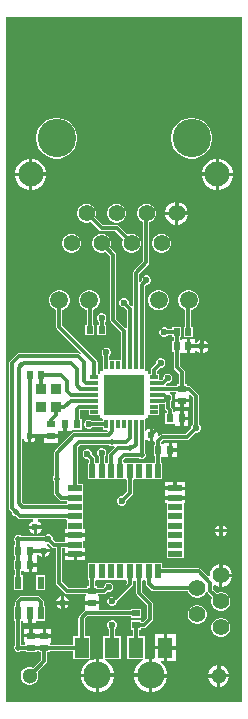
<source format=gtl>
G04*
G04 #@! TF.GenerationSoftware,Altium Limited,Altium Designer,23.1.1 (15)*
G04*
G04 Layer_Physical_Order=1*
G04 Layer_Color=255*
%FSLAX44Y44*%
%MOMM*%
G71*
G04*
G04 #@! TF.SameCoordinates,0A2B7A54-8BD8-49A5-B6CA-EEF6859B9906*
G04*
G04*
G04 #@! TF.FilePolarity,Positive*
G04*
G01*
G75*
%ADD11R,0.9000X0.9500*%
%ADD12C,0.5000*%
%ADD13R,1.3000X1.7000*%
%ADD14R,0.6000X0.7000*%
%ADD15R,0.7000X0.6000*%
%ADD16R,0.3000X0.7000*%
%ADD17R,3.5000X3.5000*%
%ADD18R,0.7000X0.3000*%
%ADD19R,0.5000X1.2000*%
%ADD20R,1.2000X0.5000*%
%ADD21R,0.6000X1.1000*%
%ADD43C,0.3000*%
%ADD44C,1.3000*%
%ADD45C,2.3000*%
%ADD46C,1.6000*%
%ADD47C,0.8000*%
%ADD48C,1.4000*%
%ADD49C,1.5200*%
%ADD50C,1.4200*%
%ADD51C,2.1000*%
%ADD52C,3.2500*%
%ADD53C,0.6000*%
G36*
X200000Y0D02*
X0D01*
Y580000D01*
X200000D01*
Y0D01*
D02*
G37*
%LPC*%
G36*
X158849Y494450D02*
X155451D01*
X152118Y493787D01*
X148979Y492487D01*
X146154Y490599D01*
X143751Y488196D01*
X141863Y485371D01*
X140563Y482232D01*
X139900Y478899D01*
Y475501D01*
X140563Y472168D01*
X141863Y469029D01*
X143751Y466204D01*
X146154Y463801D01*
X148979Y461913D01*
X152118Y460613D01*
X155451Y459950D01*
X158849D01*
X162182Y460613D01*
X165321Y461913D01*
X168146Y463801D01*
X170549Y466204D01*
X172437Y469029D01*
X173737Y472168D01*
X174400Y475501D01*
Y478899D01*
X173737Y482232D01*
X172437Y485371D01*
X170549Y488196D01*
X168146Y490599D01*
X165321Y492487D01*
X162182Y493787D01*
X158849Y494450D01*
D02*
G37*
G36*
X44549D02*
X41151D01*
X37818Y493787D01*
X34679Y492487D01*
X31854Y490599D01*
X29451Y488196D01*
X27563Y485371D01*
X26263Y482232D01*
X25600Y478899D01*
Y475501D01*
X26263Y472168D01*
X27563Y469029D01*
X29451Y466204D01*
X31854Y463801D01*
X34679Y461913D01*
X37818Y460613D01*
X41151Y459950D01*
X44549D01*
X47882Y460613D01*
X51021Y461913D01*
X53846Y463801D01*
X56249Y466204D01*
X58137Y469029D01*
X59437Y472168D01*
X60100Y475501D01*
Y478899D01*
X59437Y482232D01*
X58137Y485371D01*
X56249Y488196D01*
X53846Y490599D01*
X51021Y492487D01*
X47882Y493787D01*
X44549Y494450D01*
D02*
G37*
G36*
X22717Y459740D02*
X22270D01*
Y447970D01*
X34040D01*
Y448417D01*
X33151Y451733D01*
X31435Y454707D01*
X29007Y457135D01*
X26033Y458851D01*
X22717Y459740D01*
D02*
G37*
G36*
X180717D02*
X180270D01*
Y447970D01*
X192040D01*
Y448417D01*
X191151Y451733D01*
X189435Y454707D01*
X187007Y457135D01*
X184033Y458851D01*
X180717Y459740D01*
D02*
G37*
G36*
X177730D02*
X177283D01*
X173967Y458851D01*
X170993Y457135D01*
X168565Y454707D01*
X166849Y451733D01*
X165960Y448417D01*
Y447970D01*
X177730D01*
Y459740D01*
D02*
G37*
G36*
X19730D02*
X19283D01*
X15967Y458851D01*
X12993Y457135D01*
X10565Y454707D01*
X8849Y451733D01*
X7960Y448417D01*
Y447970D01*
X19730D01*
Y459740D01*
D02*
G37*
G36*
X192040Y445430D02*
X180270D01*
Y433660D01*
X180717D01*
X184033Y434549D01*
X187007Y436265D01*
X189435Y438693D01*
X191151Y441667D01*
X192040Y444983D01*
Y445430D01*
D02*
G37*
G36*
X177730D02*
X165960D01*
Y444983D01*
X166849Y441667D01*
X168565Y438693D01*
X170993Y436265D01*
X173967Y434549D01*
X177283Y433660D01*
X177730D01*
Y445430D01*
D02*
G37*
G36*
X34040D02*
X22270D01*
Y433660D01*
X22717D01*
X26033Y434549D01*
X29007Y436265D01*
X31435Y438693D01*
X33151Y441667D01*
X34040Y444983D01*
Y445430D01*
D02*
G37*
G36*
X19730D02*
X7960D01*
Y444983D01*
X8849Y441667D01*
X10565Y438693D01*
X12993Y436265D01*
X15967Y434549D01*
X19283Y433660D01*
X19730D01*
Y445430D01*
D02*
G37*
G36*
X145720Y423340D02*
Y414970D01*
X154090D01*
X153433Y417421D01*
X152164Y419619D01*
X150369Y421414D01*
X148171Y422683D01*
X145720Y423340D01*
D02*
G37*
G36*
X143180D02*
X140729Y422683D01*
X138531Y421414D01*
X136736Y419619D01*
X135467Y417421D01*
X134810Y414970D01*
X143180D01*
Y423340D01*
D02*
G37*
G36*
X94716Y421800D02*
X92584D01*
X90524Y421248D01*
X88677Y420182D01*
X87168Y418674D01*
X86102Y416827D01*
X85550Y414766D01*
Y412634D01*
X86102Y410574D01*
X87168Y408727D01*
X88677Y407218D01*
X90524Y406152D01*
X92584Y405600D01*
X94716D01*
X96777Y406152D01*
X98624Y407218D01*
X100132Y408727D01*
X101198Y410574D01*
X101750Y412634D01*
Y414766D01*
X101198Y416827D01*
X100132Y418674D01*
X98624Y420182D01*
X96777Y421248D01*
X94716Y421800D01*
D02*
G37*
G36*
X154090Y412430D02*
X145720D01*
Y404060D01*
X148171Y404717D01*
X150369Y405986D01*
X152164Y407781D01*
X153433Y409979D01*
X154090Y412430D01*
D02*
G37*
G36*
X143180D02*
X134810D01*
X135467Y409979D01*
X136736Y407781D01*
X138531Y405986D01*
X140729Y404717D01*
X143180Y404060D01*
Y412430D01*
D02*
G37*
G36*
X132816Y396400D02*
X130684D01*
X128624Y395848D01*
X126777Y394782D01*
X125268Y393274D01*
X124202Y391427D01*
X123650Y389366D01*
Y387234D01*
X124202Y385173D01*
X125268Y383326D01*
X126777Y381818D01*
X128624Y380752D01*
X130684Y380200D01*
X132816D01*
X134876Y380752D01*
X136723Y381818D01*
X138232Y383326D01*
X139298Y385173D01*
X139850Y387234D01*
Y389366D01*
X139298Y391427D01*
X138232Y393274D01*
X136723Y394782D01*
X134876Y395848D01*
X132816Y396400D01*
D02*
G37*
G36*
X69316Y421800D02*
X67184D01*
X65124Y421248D01*
X63277Y420182D01*
X61768Y418674D01*
X60702Y416827D01*
X60150Y414766D01*
Y412634D01*
X60702Y410574D01*
X61768Y408727D01*
X63277Y407218D01*
X65124Y406152D01*
X67184Y405600D01*
X69316D01*
X71377Y406152D01*
X71894Y406451D01*
X79148Y399198D01*
X79974Y398645D01*
X80950Y398451D01*
X92594D01*
X99101Y391944D01*
X98802Y391427D01*
X98250Y389366D01*
Y387234D01*
X98802Y385173D01*
X99868Y383326D01*
X101376Y381818D01*
X103223Y380752D01*
X105284Y380200D01*
X107416D01*
X109476Y380752D01*
X111323Y381818D01*
X112832Y383326D01*
X113898Y385173D01*
X114450Y387234D01*
Y389366D01*
X113898Y391427D01*
X112832Y393274D01*
X111323Y394782D01*
X109476Y395848D01*
X107416Y396400D01*
X105284D01*
X103223Y395848D01*
X102706Y395549D01*
X95452Y402802D01*
X94626Y403355D01*
X93650Y403549D01*
X82006D01*
X75499Y410056D01*
X75798Y410574D01*
X76350Y412634D01*
Y414766D01*
X75798Y416827D01*
X74732Y418674D01*
X73224Y420182D01*
X71377Y421248D01*
X69316Y421800D01*
D02*
G37*
G36*
X56616Y396400D02*
X54484D01*
X52424Y395848D01*
X50577Y394782D01*
X49068Y393274D01*
X48002Y391427D01*
X47450Y389366D01*
Y387234D01*
X48002Y385173D01*
X49068Y383326D01*
X50577Y381818D01*
X52424Y380752D01*
X54484Y380200D01*
X56616D01*
X58677Y380752D01*
X60524Y381818D01*
X62032Y383326D01*
X63098Y385173D01*
X63650Y387234D01*
Y389366D01*
X63098Y391427D01*
X62032Y393274D01*
X60524Y394782D01*
X58677Y395848D01*
X56616Y396400D01*
D02*
G37*
G36*
X120116Y421800D02*
X117984D01*
X115924Y421248D01*
X114076Y420182D01*
X112568Y418674D01*
X111502Y416827D01*
X110950Y414766D01*
Y412634D01*
X111502Y410574D01*
X112568Y408727D01*
X114076Y407218D01*
X115924Y406152D01*
X116451Y406011D01*
Y373056D01*
X108198Y364802D01*
X107645Y363975D01*
X107451Y363000D01*
Y335343D01*
X106181Y334817D01*
X103940Y337059D01*
X104000Y337204D01*
Y338796D01*
X103391Y340266D01*
X102266Y341391D01*
X100796Y342000D01*
X99204D01*
X97734Y341391D01*
X96609Y340266D01*
X96000Y338796D01*
Y337204D01*
X96609Y335734D01*
X97734Y334609D01*
X99204Y334000D01*
X99789D01*
X102451Y331338D01*
Y316950D01*
X101181Y316424D01*
X93549Y324056D01*
Y378250D01*
X93355Y379226D01*
X92802Y380052D01*
X88199Y384656D01*
X88498Y385173D01*
X89050Y387234D01*
Y389366D01*
X88498Y391427D01*
X87432Y393274D01*
X85924Y394782D01*
X84076Y395848D01*
X82016Y396400D01*
X79884D01*
X77824Y395848D01*
X75977Y394782D01*
X74468Y393274D01*
X73402Y391427D01*
X72850Y389366D01*
Y387234D01*
X73402Y385173D01*
X74468Y383326D01*
X75977Y381818D01*
X77824Y380752D01*
X79884Y380200D01*
X82016D01*
X84076Y380752D01*
X84594Y381051D01*
X88451Y377194D01*
Y323000D01*
X88645Y322024D01*
X89198Y321198D01*
X97451Y312944D01*
Y290398D01*
X96553Y289500D01*
X92500Y289500D01*
X91230Y289500D01*
X87549D01*
Y292892D01*
X88391Y293734D01*
X89000Y295204D01*
Y296796D01*
X88391Y298266D01*
X87266Y299391D01*
X85796Y300000D01*
X84204D01*
X82734Y299391D01*
X81609Y298266D01*
X81000Y296796D01*
Y295204D01*
X81609Y293734D01*
X82451Y292892D01*
Y285000D01*
X82500Y284754D01*
X82500Y280500D01*
X81420Y280040D01*
X79960D01*
Y278580D01*
X79610Y277758D01*
X78328Y277619D01*
X77549Y278398D01*
Y288000D01*
X77355Y288976D01*
X76802Y289802D01*
X47899Y318706D01*
Y331780D01*
X48670Y331986D01*
X50630Y333118D01*
X52232Y334720D01*
X53364Y336680D01*
X53950Y338868D01*
Y341132D01*
X53364Y343320D01*
X52232Y345280D01*
X50630Y346882D01*
X48670Y348014D01*
X46482Y348600D01*
X44218D01*
X42031Y348014D01*
X40069Y346882D01*
X38468Y345280D01*
X37336Y343320D01*
X36750Y341132D01*
Y338868D01*
X37336Y336680D01*
X38468Y334720D01*
X40069Y333118D01*
X42031Y331986D01*
X42801Y331780D01*
Y317650D01*
X42995Y316675D01*
X43548Y315848D01*
X63691Y295704D01*
X62802Y294802D01*
X61975Y295355D01*
X61000Y295549D01*
X11000D01*
X10024Y295355D01*
X9198Y294802D01*
X3198Y288802D01*
X2645Y287975D01*
X2451Y287000D01*
Y164000D01*
X2645Y163025D01*
X3198Y162198D01*
X5000Y160395D01*
Y159804D01*
X5533Y158517D01*
X6517Y157533D01*
X7804Y157000D01*
X8395D01*
X10198Y155198D01*
X11025Y154645D01*
X12000Y154451D01*
X22779D01*
X23031Y153181D01*
X21862Y152697D01*
X20303Y151138D01*
X19530Y149270D01*
X30470D01*
X29697Y151138D01*
X28138Y152697D01*
X26969Y153181D01*
X27221Y154451D01*
X50602D01*
X51500Y153553D01*
Y152500D01*
X51500Y152230D01*
Y146040D01*
X49960D01*
Y142270D01*
X58500D01*
X67040D01*
Y146040D01*
X65500D01*
Y152230D01*
X65500Y152500D01*
Y153500D01*
X65500Y153770D01*
Y160500D01*
X65500D01*
Y161500D01*
X65500D01*
Y168230D01*
X65500Y168500D01*
Y169500D01*
X65500Y169770D01*
Y176500D01*
X65500D01*
Y177500D01*
X65500D01*
Y184500D01*
X61049D01*
Y215444D01*
X63056Y217451D01*
X87599D01*
X88017Y217033D01*
X89304Y216500D01*
X90696D01*
X91384Y216785D01*
X92103Y215708D01*
X87198Y210802D01*
X86645Y209975D01*
X86451Y209000D01*
Y203398D01*
X85702Y202649D01*
X84348Y202658D01*
X83549Y203488D01*
Y207892D01*
X84391Y208734D01*
X85000Y210204D01*
Y211796D01*
X84391Y213266D01*
X83266Y214391D01*
X81796Y215000D01*
X80204D01*
X78734Y214391D01*
X77609Y213266D01*
X77000Y211796D01*
Y210204D01*
X77609Y208734D01*
X78451Y207892D01*
Y203398D01*
X77702Y202649D01*
X76348Y202658D01*
X75549Y203488D01*
Y206000D01*
X75355Y206975D01*
X74802Y207802D01*
X73000Y209605D01*
Y210796D01*
X72391Y212266D01*
X71266Y213391D01*
X69796Y214000D01*
X68204D01*
X66734Y213391D01*
X65609Y212266D01*
X65000Y210796D01*
Y209204D01*
X65609Y207734D01*
X66734Y206609D01*
X68204Y206000D01*
X69395D01*
X70451Y204944D01*
Y202500D01*
X69500D01*
Y188500D01*
X76230D01*
X76500Y188500D01*
X77500D01*
X77770Y188500D01*
X84230D01*
X84500Y188500D01*
X85500D01*
X85770Y188500D01*
X92500D01*
Y188500D01*
X93500D01*
Y188500D01*
X100230D01*
X100500Y188500D01*
X101500D01*
X102451Y187512D01*
Y178056D01*
X98395Y174000D01*
X97204D01*
X95734Y173391D01*
X94609Y172266D01*
X94000Y170796D01*
Y169204D01*
X94609Y167734D01*
X95734Y166609D01*
X97204Y166000D01*
X98796D01*
X100266Y166609D01*
X101391Y167734D01*
X102000Y169204D01*
Y170395D01*
X106802Y175198D01*
X107355Y176024D01*
X107549Y177000D01*
Y187602D01*
X108447Y188500D01*
X109500D01*
X109770Y188500D01*
X116230D01*
X116500Y188500D01*
X117500D01*
X117770Y188500D01*
X124230D01*
X124500Y188500D01*
X125500D01*
X125770Y188500D01*
X132500D01*
Y202500D01*
X131549D01*
Y207602D01*
X131867Y207920D01*
X133364Y207647D01*
X133460Y207421D01*
Y206960D01*
X137730D01*
Y213000D01*
Y219040D01*
X133460D01*
Y218580D01*
X133364Y218353D01*
X131867Y218080D01*
X131549Y218398D01*
Y219944D01*
X133056Y221451D01*
X153000D01*
X153975Y221645D01*
X154802Y222198D01*
X160605Y228000D01*
X161796D01*
X163266Y228609D01*
X164391Y229734D01*
X165000Y231204D01*
Y232796D01*
X164391Y234266D01*
X163549Y235108D01*
Y259000D01*
X163355Y259975D01*
X162802Y260802D01*
X156802Y266802D01*
X155976Y267355D01*
X155000Y267549D01*
X153500D01*
Y269000D01*
X151549D01*
Y279000D01*
X151355Y279975D01*
X150802Y280802D01*
X147049Y284556D01*
Y295602D01*
X147367Y295920D01*
X148864Y295647D01*
X148960Y295420D01*
Y294960D01*
X153230D01*
Y301000D01*
Y307040D01*
X148960D01*
Y306579D01*
X148864Y306353D01*
X147367Y306080D01*
X147049Y306398D01*
Y308500D01*
X148500D01*
Y317500D01*
X140500D01*
Y315549D01*
X137108D01*
X136266Y316391D01*
X134796Y317000D01*
X133204D01*
X131734Y316391D01*
X130609Y315266D01*
X130000Y313796D01*
Y312204D01*
X130609Y310734D01*
X131734Y309609D01*
X133204Y309000D01*
X134796D01*
X136266Y309609D01*
X137108Y310451D01*
X140500D01*
Y308500D01*
X141951D01*
Y305500D01*
X140500D01*
Y296500D01*
X141951D01*
Y283500D01*
X142145Y282525D01*
X142698Y281698D01*
X146451Y277944D01*
Y269000D01*
X144500D01*
Y267549D01*
X135950D01*
X135424Y268819D01*
X136605Y270000D01*
X137796D01*
X139266Y270609D01*
X140391Y271734D01*
X141000Y273204D01*
Y274796D01*
X140391Y276266D01*
X139266Y277391D01*
X137796Y278000D01*
X136204D01*
X134734Y277391D01*
X133609Y276266D01*
X133000Y274796D01*
Y273605D01*
X131944Y272549D01*
X129500D01*
Y277500D01*
X127549D01*
Y279944D01*
X130605Y283000D01*
X131796D01*
X133266Y283609D01*
X134391Y284734D01*
X135000Y286204D01*
Y287796D01*
X134391Y289266D01*
X133266Y290391D01*
X131796Y291000D01*
X130204D01*
X128734Y290391D01*
X127609Y289266D01*
X127000Y287796D01*
Y286605D01*
X123198Y282802D01*
X122645Y281975D01*
X122451Y281000D01*
Y278398D01*
X121672Y277619D01*
X120390Y277758D01*
X120040Y278580D01*
Y280040D01*
X118580D01*
X117500Y280500D01*
X117500Y281310D01*
Y284754D01*
X117549Y285000D01*
Y351944D01*
X118605Y353000D01*
X119796D01*
X121266Y353609D01*
X122391Y354734D01*
X123000Y356204D01*
Y357796D01*
X122391Y359266D01*
X121266Y360391D01*
X119796Y361000D01*
X118204D01*
X116734Y360391D01*
X115609Y359266D01*
X115000Y357796D01*
Y356605D01*
X113819Y355424D01*
X112549Y355950D01*
Y361944D01*
X120802Y370198D01*
X121355Y371025D01*
X121549Y372000D01*
Y405984D01*
X122177Y406152D01*
X124024Y407218D01*
X125532Y408727D01*
X126598Y410574D01*
X127150Y412634D01*
Y414766D01*
X126598Y416827D01*
X125532Y418674D01*
X124024Y420182D01*
X122177Y421248D01*
X120116Y421800D01*
D02*
G37*
G36*
X130382Y348600D02*
X128118D01*
X125931Y348014D01*
X123969Y346882D01*
X122368Y345280D01*
X121236Y343320D01*
X120650Y341132D01*
Y338868D01*
X121236Y336680D01*
X122368Y334720D01*
X123969Y333118D01*
X125931Y331986D01*
X128118Y331400D01*
X130382D01*
X132570Y331986D01*
X134530Y333118D01*
X136132Y334720D01*
X137264Y336680D01*
X137850Y338868D01*
Y341132D01*
X137264Y343320D01*
X136132Y345280D01*
X134530Y346882D01*
X132570Y348014D01*
X130382Y348600D01*
D02*
G37*
G36*
X81796Y329000D02*
X80204D01*
X78734Y328391D01*
X77609Y327266D01*
X77000Y325796D01*
Y324204D01*
X77609Y322734D01*
X78451Y321892D01*
Y319500D01*
X77000D01*
Y310500D01*
X85000D01*
Y319500D01*
X83549D01*
Y321892D01*
X84391Y322734D01*
X85000Y324204D01*
Y325796D01*
X84391Y327266D01*
X83266Y328391D01*
X81796Y329000D01*
D02*
G37*
G36*
X71882Y348600D02*
X69618D01*
X67431Y348014D01*
X65469Y346882D01*
X63868Y345280D01*
X62736Y343320D01*
X62150Y341132D01*
Y338868D01*
X62736Y336680D01*
X63868Y334720D01*
X65469Y333118D01*
X67431Y331986D01*
X68326Y331746D01*
Y319500D01*
X67000D01*
Y310500D01*
X75000D01*
Y319500D01*
X73424D01*
Y331813D01*
X74069Y331986D01*
X76031Y333118D01*
X77632Y334720D01*
X78764Y336680D01*
X79350Y338868D01*
Y341132D01*
X78764Y343320D01*
X77632Y345280D01*
X76031Y346882D01*
X74069Y348014D01*
X71882Y348600D01*
D02*
G37*
G36*
X155782D02*
X153518D01*
X151330Y348014D01*
X149369Y346882D01*
X147768Y345280D01*
X146636Y343320D01*
X146050Y341132D01*
Y338868D01*
X146636Y336680D01*
X147768Y334720D01*
X149369Y333118D01*
X151330Y331986D01*
X152026Y331800D01*
Y317500D01*
X150500D01*
Y308500D01*
X158500D01*
Y317500D01*
X157124D01*
Y331759D01*
X157970Y331986D01*
X159930Y333118D01*
X161532Y334720D01*
X162664Y336680D01*
X163250Y338868D01*
Y341132D01*
X162664Y343320D01*
X161532Y345280D01*
X159930Y346882D01*
X157970Y348014D01*
X155782Y348600D01*
D02*
G37*
G36*
X167270Y306470D02*
Y302270D01*
X171470D01*
X170697Y304138D01*
X169138Y305697D01*
X167270Y306470D01*
D02*
G37*
G36*
X171470Y299730D02*
X167270D01*
Y295530D01*
X169138Y296303D01*
X170697Y297862D01*
X171470Y299730D01*
D02*
G37*
G36*
X160040Y307040D02*
X155770D01*
Y301000D01*
Y294960D01*
X160040D01*
Y297593D01*
X161271Y297855D01*
X161310Y297855D01*
X162862Y296303D01*
X164730Y295530D01*
Y301000D01*
Y306470D01*
X162862Y305697D01*
X161310Y304145D01*
X161271Y304145D01*
X160040Y304407D01*
Y307040D01*
D02*
G37*
G36*
X144540Y219040D02*
X140270D01*
Y214270D01*
X144540D01*
Y219040D01*
D02*
G37*
G36*
Y211730D02*
X140270D01*
Y206960D01*
X144540D01*
Y211730D01*
D02*
G37*
G36*
X152040Y186040D02*
X144770D01*
Y182270D01*
X152040D01*
Y186040D01*
D02*
G37*
G36*
X142230D02*
X134960D01*
Y182270D01*
X142230D01*
Y186040D01*
D02*
G37*
G36*
X152040Y179730D02*
X143500D01*
X134960D01*
Y175960D01*
Y174270D01*
X143500D01*
X152040D01*
Y175960D01*
Y179730D01*
D02*
G37*
G36*
X183270Y149929D02*
Y146270D01*
X186929D01*
X186273Y147855D01*
X184855Y149273D01*
X183270Y149929D01*
D02*
G37*
G36*
X180730Y149929D02*
X179145Y149273D01*
X177727Y147855D01*
X177071Y146270D01*
X180730D01*
Y149929D01*
D02*
G37*
G36*
X30470Y146730D02*
X26270D01*
Y142530D01*
X28138Y143303D01*
X29697Y144862D01*
X30470Y146730D01*
D02*
G37*
G36*
X23730D02*
X19530D01*
X20303Y144862D01*
X21862Y143303D01*
X23730Y142530D01*
Y146730D01*
D02*
G37*
G36*
X36796Y142000D02*
X35204D01*
X33734Y141391D01*
X32892Y140549D01*
X12901D01*
X12483Y140967D01*
X11196Y141500D01*
X9804D01*
X8517Y140967D01*
X7533Y139983D01*
X7000Y138696D01*
Y137304D01*
X7533Y136017D01*
X7951Y135599D01*
Y132500D01*
X6500D01*
Y123500D01*
X7951D01*
Y120500D01*
X6500D01*
Y111500D01*
X7951D01*
Y107500D01*
X6500D01*
Y94500D01*
X14500D01*
Y107500D01*
X13049D01*
Y110602D01*
X13367Y110920D01*
X14864Y110647D01*
X14960Y110421D01*
Y109960D01*
X19230D01*
Y116000D01*
X20500D01*
Y117270D01*
X26040D01*
Y124593D01*
X27271Y124855D01*
X27310Y124855D01*
X28862Y123303D01*
X30730Y122530D01*
Y128000D01*
X32000D01*
Y129270D01*
X37470D01*
X36697Y131138D01*
X35138Y132697D01*
X34824Y132827D01*
X35204Y134000D01*
X36395D01*
X39198Y131198D01*
X40024Y130645D01*
X41000Y130451D01*
X42451D01*
Y101000D01*
X42645Y100025D01*
X43198Y99198D01*
X50198Y92198D01*
X51025Y91645D01*
X52000Y91451D01*
X67602D01*
X67920Y91133D01*
X67647Y89636D01*
X67421Y89540D01*
X66960D01*
Y85270D01*
X73000D01*
X79040D01*
Y89540D01*
X78580D01*
X78353Y89636D01*
X78080Y91133D01*
X78398Y91451D01*
X83188D01*
X84164Y91645D01*
X84991Y92198D01*
X85913Y93120D01*
X86204Y93000D01*
X87796D01*
X89266Y93609D01*
X90391Y94734D01*
X91000Y96204D01*
Y97796D01*
X90391Y99266D01*
X89266Y100391D01*
X87796Y101000D01*
X86204D01*
X84734Y100391D01*
X83609Y99266D01*
X83000Y97796D01*
Y97417D01*
X82132Y96549D01*
X77500D01*
Y98000D01*
X75549D01*
Y102602D01*
X76447Y103500D01*
X77500D01*
X77770Y103500D01*
X84230D01*
X84500Y103500D01*
X85500D01*
X85770Y103500D01*
X92230D01*
X92500Y103500D01*
X93500D01*
X93770Y103500D01*
X100230D01*
X100500Y103500D01*
X101500D01*
X102451Y102512D01*
Y101056D01*
X90395Y89000D01*
X89204D01*
X87734Y88391D01*
X86609Y87266D01*
X86000Y85796D01*
Y84204D01*
X86609Y82734D01*
X87734Y81609D01*
X89204Y81000D01*
X90796D01*
X92266Y81609D01*
X93391Y82734D01*
X94000Y84204D01*
Y85395D01*
X106802Y98198D01*
X107355Y99024D01*
X107549Y100000D01*
Y102602D01*
X108298Y103351D01*
X109652Y103342D01*
X110451Y102512D01*
Y92000D01*
X110645Y91025D01*
X111198Y90198D01*
X119451Y81944D01*
Y71056D01*
X115944Y67549D01*
X114500D01*
Y69000D01*
X105500D01*
Y61000D01*
X107451D01*
Y55500D01*
X102500D01*
Y36500D01*
X116129D01*
X116469Y35230D01*
X113879Y33735D01*
X111265Y31121D01*
X109417Y27919D01*
X108460Y24348D01*
Y23770D01*
X121230D01*
Y36540D01*
X120652D01*
X118554Y35978D01*
X117500Y37010D01*
Y55500D01*
X112549D01*
Y61000D01*
X114500D01*
Y62451D01*
X117000D01*
X117976Y62645D01*
X118802Y63198D01*
X123802Y68198D01*
X124355Y69025D01*
X124549Y70000D01*
Y83000D01*
X124355Y83975D01*
X123802Y84802D01*
X115549Y93056D01*
Y102602D01*
X116298Y103351D01*
X117652Y103342D01*
X118451Y102512D01*
Y100000D01*
X118645Y99024D01*
X119198Y98198D01*
X123198Y94198D01*
X124025Y93645D01*
X125000Y93451D01*
X154401D01*
X154545Y92912D01*
X155598Y91088D01*
X157088Y89598D01*
X158912Y88545D01*
X160947Y88000D01*
X163053D01*
X165088Y88545D01*
X166912Y89598D01*
X168402Y91088D01*
X169394Y92806D01*
X169995Y92911D01*
X170756Y92859D01*
X171198Y92198D01*
X174824Y88571D01*
X174545Y88088D01*
X174000Y86053D01*
Y83947D01*
X174545Y81912D01*
X175598Y80088D01*
X177088Y78598D01*
X178912Y77545D01*
X180947Y77000D01*
X183053D01*
X185088Y77545D01*
X186912Y78598D01*
X188402Y80088D01*
X189455Y81912D01*
X190000Y83947D01*
Y86053D01*
X189455Y88088D01*
X188402Y89912D01*
X186912Y91402D01*
X185088Y92455D01*
X183053Y93000D01*
X180947D01*
X178912Y92455D01*
X178429Y92176D01*
X175549Y95056D01*
Y98242D01*
X176819Y98975D01*
X178318Y98110D01*
X180730Y97464D01*
Y107000D01*
Y116536D01*
X178318Y115890D01*
X176142Y114634D01*
X174366Y112858D01*
X173110Y110682D01*
X172460Y108256D01*
Y106941D01*
X171190Y106415D01*
X165302Y112302D01*
X164475Y112855D01*
X163500Y113049D01*
X132500D01*
Y117500D01*
X125770D01*
X125500Y117500D01*
X124500D01*
X124230Y117500D01*
X117770D01*
X117500Y117500D01*
X116500D01*
X116230Y117500D01*
X109770D01*
X109500Y117500D01*
X108500D01*
X108230Y117500D01*
X101770D01*
X101500Y117500D01*
X100500D01*
X100230Y117500D01*
X93770D01*
X93500Y117500D01*
X92500D01*
X92230Y117500D01*
X85770D01*
X85500Y117500D01*
X84500D01*
X84230Y117500D01*
X77770D01*
X77500Y117500D01*
X76500D01*
X76230Y117500D01*
X69500D01*
Y103500D01*
X70451D01*
Y98000D01*
X68500D01*
Y96549D01*
X53056D01*
X47549Y102056D01*
Y130451D01*
X48860D01*
X49960Y130040D01*
Y126270D01*
X58500D01*
X67040D01*
Y130040D01*
X65500D01*
Y135960D01*
X67040D01*
Y139730D01*
X58500D01*
X49960D01*
Y135960D01*
X48860Y135549D01*
X42056D01*
X40000Y137605D01*
Y138796D01*
X39391Y140266D01*
X38266Y141391D01*
X36796Y142000D01*
D02*
G37*
G36*
X186929Y143730D02*
X183270D01*
Y140071D01*
X184855Y140727D01*
X186273Y142145D01*
X186929Y143730D01*
D02*
G37*
G36*
X180730D02*
X177071D01*
X177727Y142145D01*
X179145Y140727D01*
X180730Y140071D01*
Y143730D01*
D02*
G37*
G36*
X37470Y126730D02*
X33270D01*
Y122530D01*
X35138Y123303D01*
X36697Y124862D01*
X37470Y126730D01*
D02*
G37*
G36*
X152040Y171730D02*
X143500D01*
X134960D01*
Y167960D01*
X136500D01*
Y161770D01*
X136500Y161500D01*
Y160500D01*
X136500Y160230D01*
Y153770D01*
X136500Y153500D01*
Y152500D01*
X136500Y152230D01*
Y145770D01*
X136500Y145500D01*
Y144500D01*
X136500Y144230D01*
Y137770D01*
X136500Y137500D01*
Y136500D01*
X136500Y136230D01*
Y129770D01*
X136500Y129500D01*
Y128500D01*
X136500Y128230D01*
Y121500D01*
X150500D01*
Y128230D01*
X150500Y128500D01*
Y129500D01*
X150500Y129770D01*
Y136230D01*
X150500Y136500D01*
Y137500D01*
X150500Y137770D01*
Y144230D01*
X150500Y144500D01*
Y145500D01*
X150500Y145770D01*
Y152230D01*
X150500Y152500D01*
Y153500D01*
X150500Y153770D01*
Y160230D01*
X150500Y160500D01*
Y161500D01*
X150500Y161770D01*
Y167960D01*
X152040D01*
Y171730D01*
D02*
G37*
G36*
X67040Y123730D02*
X59770D01*
Y119960D01*
X67040D01*
Y123730D01*
D02*
G37*
G36*
X57230D02*
X49960D01*
Y119960D01*
X57230D01*
Y123730D01*
D02*
G37*
G36*
X26040Y114730D02*
X21770D01*
Y109960D01*
X26040D01*
Y114730D01*
D02*
G37*
G36*
X183270Y116536D02*
Y108270D01*
X191536D01*
X190890Y110682D01*
X189634Y112858D01*
X187858Y114634D01*
X185682Y115890D01*
X183270Y116536D01*
D02*
G37*
G36*
X191536Y105730D02*
X183270D01*
Y97464D01*
X185682Y98110D01*
X187858Y99366D01*
X189634Y101142D01*
X190890Y103318D01*
X191536Y105730D01*
D02*
G37*
G36*
X33500Y107500D02*
X25500D01*
Y94500D01*
X33500D01*
Y107500D01*
D02*
G37*
G36*
X49270Y89470D02*
Y85270D01*
X53470D01*
X52697Y87138D01*
X51138Y88697D01*
X49270Y89470D01*
D02*
G37*
G36*
X46730D02*
X44862Y88697D01*
X43303Y87138D01*
X42530Y85270D01*
X46730D01*
Y89470D01*
D02*
G37*
G36*
X53470Y82730D02*
X49270D01*
Y78530D01*
X51138Y79303D01*
X52697Y80862D01*
X53470Y82730D01*
D02*
G37*
G36*
X46730D02*
X42530D01*
X43303Y80862D01*
X44862Y79303D01*
X46730Y78530D01*
Y82730D01*
D02*
G37*
G36*
X27000Y89549D02*
X13000D01*
X12025Y89355D01*
X11198Y88802D01*
X8698Y86302D01*
X8145Y85476D01*
X7951Y84500D01*
Y81500D01*
X6500D01*
Y68500D01*
X7951D01*
Y48401D01*
X7533Y47983D01*
X7000Y46696D01*
Y45304D01*
X7533Y44017D01*
X8517Y43033D01*
X9804Y42500D01*
X11196D01*
X12483Y43033D01*
X12901Y43451D01*
X17000D01*
Y42000D01*
X26000D01*
Y43451D01*
X28000D01*
Y42000D01*
X29951D01*
Y35556D01*
X23205Y28810D01*
X22895Y28989D01*
X20987Y29500D01*
X19013D01*
X17105Y28989D01*
X15395Y28001D01*
X13999Y26605D01*
X13011Y24895D01*
X12500Y22987D01*
Y21013D01*
X13011Y19105D01*
X13999Y17395D01*
X15395Y15999D01*
X17105Y15011D01*
X19013Y14500D01*
X20987D01*
X22895Y15011D01*
X24605Y15999D01*
X26002Y17395D01*
X26989Y19105D01*
X27500Y21013D01*
Y22987D01*
X26989Y24895D01*
X26810Y25205D01*
X34302Y32698D01*
X34855Y33524D01*
X35049Y34500D01*
Y42000D01*
X37000D01*
Y43451D01*
X56500D01*
Y36500D01*
X70309D01*
X70329Y36500D01*
X70329Y36500D01*
X71129Y36500D01*
X71469Y35230D01*
X68879Y33735D01*
X66265Y31121D01*
X64417Y27919D01*
X63460Y24348D01*
Y23770D01*
X76230D01*
Y36540D01*
X75652D01*
X72648Y35735D01*
X72429Y35677D01*
X71582Y36533D01*
X71500Y36690D01*
X71500Y37616D01*
Y55500D01*
X66549D01*
Y69944D01*
X69056Y72451D01*
X105500D01*
Y71000D01*
X114500D01*
Y79000D01*
X105500D01*
Y77549D01*
X79907D01*
X79040Y78460D01*
X79040Y78819D01*
Y82730D01*
X73000D01*
X66960D01*
Y78637D01*
X66960Y78460D01*
X66848Y77237D01*
X66198Y76802D01*
X62198Y72802D01*
X61645Y71975D01*
X61451Y71000D01*
Y55500D01*
X56500D01*
Y48549D01*
X37898D01*
X37580Y48867D01*
X37853Y50364D01*
X38080Y50460D01*
X38540D01*
Y54730D01*
X32500D01*
Y56000D01*
X31230D01*
Y61540D01*
X22770D01*
Y56000D01*
X21500D01*
Y54730D01*
X15460D01*
Y50460D01*
X15920D01*
X16147Y50364D01*
X16420Y48867D01*
X16102Y48549D01*
X13049D01*
Y68500D01*
X14460D01*
Y66960D01*
X18730D01*
Y75000D01*
X21270D01*
Y66960D01*
X25540D01*
Y68500D01*
X33500D01*
Y81500D01*
X32049D01*
Y84500D01*
X31855Y85475D01*
X31302Y86302D01*
X28802Y88802D01*
X27975Y89355D01*
X27000Y89549D01*
D02*
G37*
G36*
X163053Y82000D02*
X160947D01*
X158912Y81455D01*
X157088Y80402D01*
X155598Y78912D01*
X154545Y77088D01*
X154000Y75053D01*
Y72947D01*
X154545Y70912D01*
X155598Y69088D01*
X157088Y67598D01*
X158912Y66545D01*
X160947Y66000D01*
X163053D01*
X165088Y66545D01*
X166912Y67598D01*
X168402Y69088D01*
X169455Y70912D01*
X170000Y72947D01*
Y75053D01*
X169455Y77088D01*
X168402Y78912D01*
X166912Y80402D01*
X165088Y81455D01*
X163053Y82000D01*
D02*
G37*
G36*
X20230Y61540D02*
X15460D01*
Y57270D01*
X20230D01*
Y61540D01*
D02*
G37*
G36*
X38540D02*
X33770D01*
Y57270D01*
X38540D01*
Y61540D01*
D02*
G37*
G36*
X183053Y71000D02*
X180947D01*
X178912Y70455D01*
X177088Y69402D01*
X175598Y67912D01*
X174545Y66088D01*
X174000Y64053D01*
Y61947D01*
X174545Y59912D01*
X175598Y58088D01*
X177088Y56598D01*
X178912Y55545D01*
X180947Y55000D01*
X183053D01*
X185088Y55545D01*
X186912Y56598D01*
X188402Y58088D01*
X189455Y59912D01*
X190000Y61947D01*
Y64053D01*
X189455Y66088D01*
X188402Y67912D01*
X186912Y69402D01*
X185088Y70455D01*
X183053Y71000D01*
D02*
G37*
G36*
X144040Y57040D02*
X136270D01*
Y47270D01*
X144040D01*
Y57040D01*
D02*
G37*
G36*
X133730D02*
X125960D01*
Y47270D01*
X133730D01*
Y57040D01*
D02*
G37*
G36*
Y44730D02*
X125960D01*
Y37151D01*
X124952Y36378D01*
X124348Y36540D01*
X123770D01*
Y23770D01*
X136540D01*
Y24348D01*
X135583Y27919D01*
X133735Y31121D01*
X131166Y33690D01*
X131179Y33950D01*
X131449Y34960D01*
X133730D01*
Y44730D01*
D02*
G37*
G36*
X90796Y69000D02*
X89204D01*
X87734Y68391D01*
X86609Y67266D01*
X86000Y65796D01*
Y64204D01*
X86609Y62734D01*
X87451Y61892D01*
Y55500D01*
X82500D01*
Y37010D01*
X81446Y35978D01*
X79348Y36540D01*
X78770D01*
Y23770D01*
X91540D01*
Y24348D01*
X90583Y27919D01*
X88735Y31121D01*
X86121Y33735D01*
X83531Y35230D01*
X83871Y36500D01*
X97500D01*
Y55500D01*
X92549D01*
Y61892D01*
X93391Y62734D01*
X94000Y64204D01*
Y65796D01*
X93391Y67266D01*
X92266Y68391D01*
X90796Y69000D01*
D02*
G37*
G36*
X144040Y44730D02*
X136270D01*
Y34960D01*
X144040D01*
Y44730D01*
D02*
G37*
G36*
X181270Y31019D02*
Y23270D01*
X189019D01*
X188424Y25489D01*
X187234Y27551D01*
X185551Y29234D01*
X183489Y30424D01*
X181270Y31019D01*
D02*
G37*
G36*
X178730Y31019D02*
X176511Y30424D01*
X174449Y29234D01*
X172766Y27551D01*
X171576Y25489D01*
X170981Y23270D01*
X178730D01*
Y31019D01*
D02*
G37*
G36*
X189019Y20730D02*
X181270D01*
Y12981D01*
X183489Y13576D01*
X185551Y14766D01*
X187234Y16449D01*
X188424Y18511D01*
X189019Y20730D01*
D02*
G37*
G36*
X178730D02*
X170981D01*
X171576Y18511D01*
X172766Y16449D01*
X174449Y14766D01*
X176511Y13576D01*
X178730Y12981D01*
Y20730D01*
D02*
G37*
G36*
X136540Y21230D02*
X123770D01*
Y8460D01*
X124348D01*
X127919Y9417D01*
X131121Y11265D01*
X133735Y13879D01*
X135583Y17081D01*
X136540Y20652D01*
Y21230D01*
D02*
G37*
G36*
X121230D02*
X108460D01*
Y20652D01*
X109417Y17081D01*
X111265Y13879D01*
X113879Y11265D01*
X117081Y9417D01*
X120652Y8460D01*
X121230D01*
Y21230D01*
D02*
G37*
G36*
X91540Y21230D02*
X78770D01*
Y8460D01*
X79348D01*
X82919Y9417D01*
X86121Y11265D01*
X88735Y13879D01*
X90583Y17081D01*
X91540Y20652D01*
Y21230D01*
D02*
G37*
G36*
X76230D02*
X63460D01*
Y20652D01*
X64417Y17081D01*
X66265Y13879D01*
X68879Y11265D01*
X72081Y9417D01*
X75652Y8460D01*
X76230D01*
Y21230D01*
D02*
G37*
%LPD*%
G36*
X70500Y242500D02*
X79500Y242500D01*
X79960Y241420D01*
Y239960D01*
X81420D01*
X82242Y239610D01*
X82381Y238328D01*
X81602Y237549D01*
X73108D01*
X72266Y238391D01*
X70796Y239000D01*
X69204D01*
X67734Y238391D01*
X66609Y237266D01*
X66000Y235796D01*
Y234204D01*
X66609Y232734D01*
X67734Y231609D01*
X69204Y231000D01*
X70796D01*
X72266Y231609D01*
X73108Y232451D01*
X82500D01*
Y230500D01*
X85678D01*
X86221Y229280D01*
X85647Y228549D01*
X58000D01*
X57025Y228355D01*
X56198Y227802D01*
X41198Y212802D01*
X40645Y211975D01*
X40451Y211000D01*
Y191401D01*
X40033Y190983D01*
X39500Y189696D01*
Y188304D01*
X40033Y187017D01*
X40451Y186599D01*
Y177000D01*
X40645Y176025D01*
X41198Y175198D01*
X45198Y171198D01*
X46024Y170645D01*
X47000Y170451D01*
X50602D01*
X51351Y169702D01*
X51342Y168348D01*
X50512Y167549D01*
X15056D01*
X13549Y169056D01*
Y222779D01*
X14819Y223031D01*
X15303Y221862D01*
X16862Y220303D01*
X18730Y219530D01*
Y225000D01*
X21270D01*
Y219530D01*
X23138Y220303D01*
X24697Y221862D01*
X25540Y223898D01*
Y225000D01*
X31960D01*
Y219460D01*
X44040D01*
Y223730D01*
X38000D01*
Y225000D01*
X39270Y226270D01*
X44040D01*
Y227864D01*
X44460Y228960D01*
X48730D01*
Y235000D01*
X51270D01*
Y228960D01*
X55540D01*
Y229421D01*
X56000Y230500D01*
X64000D01*
Y239500D01*
X62549D01*
Y246944D01*
X63056Y247451D01*
X70500D01*
Y242500D01*
D02*
G37*
G36*
X143920Y262133D02*
X143647Y260636D01*
X143420Y260540D01*
X142960D01*
Y256270D01*
X149000D01*
X155040D01*
Y259559D01*
X156310Y260085D01*
X158451Y257944D01*
Y235108D01*
X157609Y234266D01*
X157000Y232796D01*
Y231605D01*
X151944Y226549D01*
X132000D01*
X131025Y226355D01*
X130198Y225802D01*
X129810Y225415D01*
X128540Y225941D01*
Y227102D01*
X127697Y229138D01*
X126138Y230697D01*
X124270Y231470D01*
Y226000D01*
Y220530D01*
X125181Y220907D01*
X126451Y220058D01*
Y217500D01*
X125000D01*
Y208500D01*
X126451D01*
Y203398D01*
X125553Y202500D01*
X124500D01*
X124230Y202500D01*
X117770D01*
X117500Y202500D01*
X116500D01*
X116230Y202500D01*
X109770D01*
X109500Y202500D01*
X108500D01*
X108230Y202500D01*
X101770D01*
X101500Y202500D01*
X100500D01*
X99549Y203488D01*
Y204944D01*
X101056Y206451D01*
X112599D01*
X113017Y206033D01*
X114304Y205500D01*
X115696D01*
X116983Y206033D01*
X117967Y207017D01*
X118500Y208304D01*
Y209696D01*
X117967Y210983D01*
X117549Y211401D01*
Y221820D01*
X118819Y222346D01*
X119862Y221303D01*
X121730Y220530D01*
Y226000D01*
Y231470D01*
X119862Y230697D01*
X118819Y229654D01*
X117549Y230180D01*
Y235000D01*
X117500Y235246D01*
X117500Y239500D01*
X118580Y239960D01*
X120040D01*
Y241420D01*
X120500Y242500D01*
X121310Y242500D01*
X129500D01*
Y252451D01*
X133688D01*
X134451Y251825D01*
Y249000D01*
X134645Y248025D01*
X135198Y247198D01*
X136451Y245944D01*
Y244500D01*
X135000D01*
Y235500D01*
X143000Y235500D01*
X143460Y234421D01*
Y233960D01*
X147730D01*
Y240000D01*
Y246040D01*
X143460D01*
Y245579D01*
X143364Y245353D01*
X141867Y245080D01*
X141549Y245398D01*
Y247000D01*
X141355Y247976D01*
X140802Y248802D01*
X139549Y250056D01*
Y254392D01*
X140391Y255234D01*
X141000Y256704D01*
Y258296D01*
X140391Y259766D01*
X139266Y260891D01*
X138566Y261181D01*
X138818Y262451D01*
X143602D01*
X143920Y262133D01*
D02*
G37*
%LPC*%
G36*
X155040Y253730D02*
X150270D01*
Y249460D01*
X155040D01*
Y253730D01*
D02*
G37*
G36*
X147730D02*
X142960D01*
Y249460D01*
X147730D01*
Y253730D01*
D02*
G37*
G36*
X154540Y246040D02*
X150270D01*
Y241270D01*
X154540D01*
Y246040D01*
D02*
G37*
G36*
Y238730D02*
X150270D01*
Y233960D01*
X154540D01*
Y238730D01*
D02*
G37*
%LPD*%
D11*
X30000Y265250D02*
D03*
X42000Y249750D02*
D03*
Y265250D02*
D03*
X30000Y249750D02*
D03*
D12*
X115000Y209000D02*
D03*
X105000Y215000D02*
D03*
X90000Y220000D02*
D03*
X43000Y189000D02*
D03*
X13000Y285000D02*
D03*
X8500Y160500D02*
D03*
X182000Y145000D02*
D03*
X10500Y138000D02*
D03*
Y46000D02*
D03*
D13*
X64000D02*
D03*
X90000D02*
D03*
X110000D02*
D03*
X135000D02*
D03*
D14*
X144500Y313000D02*
D03*
X154500D02*
D03*
X81000Y315000D02*
D03*
X71000D02*
D03*
X154500Y301000D02*
D03*
X144500D02*
D03*
X149000Y240000D02*
D03*
X139000D02*
D03*
X50000Y235000D02*
D03*
X60000D02*
D03*
X20000Y277000D02*
D03*
X30000D02*
D03*
X139000Y213000D02*
D03*
X129000D02*
D03*
X20500Y116000D02*
D03*
X10500D02*
D03*
X20500Y128000D02*
D03*
X10500D02*
D03*
D15*
X110000Y75000D02*
D03*
Y65000D02*
D03*
X149000Y255000D02*
D03*
Y265000D02*
D03*
X38000Y225000D02*
D03*
Y235000D02*
D03*
X73000Y84000D02*
D03*
Y94000D02*
D03*
X32500Y56000D02*
D03*
Y46000D02*
D03*
X21500Y56000D02*
D03*
Y46000D02*
D03*
D16*
X100000Y285000D02*
D03*
X105000D02*
D03*
X110000D02*
D03*
X115000D02*
D03*
X95000D02*
D03*
X90000D02*
D03*
X85000D02*
D03*
X100000Y235000D02*
D03*
X95000D02*
D03*
X90000D02*
D03*
X85000D02*
D03*
X105000D02*
D03*
X110000D02*
D03*
X115000D02*
D03*
D17*
X100000Y260000D02*
D03*
D18*
X75000D02*
D03*
Y265000D02*
D03*
Y270000D02*
D03*
Y275000D02*
D03*
Y255000D02*
D03*
Y250000D02*
D03*
Y245000D02*
D03*
X125000Y260000D02*
D03*
Y255000D02*
D03*
Y250000D02*
D03*
Y245000D02*
D03*
Y265000D02*
D03*
Y270000D02*
D03*
Y275000D02*
D03*
D19*
X129000Y195500D02*
D03*
X121000D02*
D03*
X113000D02*
D03*
X105000D02*
D03*
X73000D02*
D03*
X81000D02*
D03*
X89000D02*
D03*
X97000D02*
D03*
X73000Y110500D02*
D03*
X81000D02*
D03*
X89000D02*
D03*
X97000D02*
D03*
X129000D02*
D03*
X121000D02*
D03*
X113000D02*
D03*
X105000D02*
D03*
D20*
X58500Y181000D02*
D03*
Y173000D02*
D03*
Y165000D02*
D03*
Y157000D02*
D03*
Y125000D02*
D03*
Y133000D02*
D03*
Y141000D02*
D03*
Y149000D02*
D03*
X143500Y125000D02*
D03*
Y133000D02*
D03*
Y141000D02*
D03*
Y149000D02*
D03*
Y181000D02*
D03*
Y173000D02*
D03*
Y165000D02*
D03*
Y157000D02*
D03*
D21*
X20000Y75000D02*
D03*
X10500Y101000D02*
D03*
X29500D02*
D03*
Y75000D02*
D03*
X10500D02*
D03*
D43*
X70000Y235000D02*
X85000D01*
X166000Y301000D02*
Y409000D01*
X144450Y413700D02*
X161300D01*
X166000Y409000D01*
X156700Y446700D02*
X179000D01*
X144450Y434450D02*
X156700Y446700D01*
X144450Y413700D02*
Y434550D01*
X132300Y446700D02*
X144450Y434550D01*
X39000Y85757D02*
Y113000D01*
X40757Y84000D02*
X48000D01*
X39000Y85757D02*
X40757Y84000D01*
X125500Y22250D02*
X179750D01*
X135000Y46000D02*
X175000D01*
X180000Y22000D02*
Y41000D01*
X175000Y46000D02*
X180000Y41000D01*
X179750Y22250D02*
X180000Y22000D01*
X122500Y22500D02*
X125500D01*
X77500D02*
X122500D01*
X166000Y301000D02*
X173243D01*
X175000Y223000D02*
Y299243D01*
X165000Y213000D02*
X175000Y223000D01*
X173243Y301000D02*
X175000Y299243D01*
X58500Y141000D02*
X58500Y141000D01*
X47000Y141000D02*
X58500D01*
X25000Y148000D02*
X40000D01*
X47000Y141000D01*
X20500Y128000D02*
X32000D01*
X20000Y22000D02*
X32500Y34500D01*
Y46000D01*
X110000Y217414D02*
Y235000D01*
X107969Y215383D02*
X110000Y217414D01*
X105383Y215383D02*
X107969D01*
X38000Y225000D02*
X47000D01*
X21000D02*
X38000D01*
X153000Y224000D02*
X161000Y232000D01*
X155000Y265000D02*
X161000Y259000D01*
Y232000D02*
Y259000D01*
X73000Y94000D02*
X83188D01*
X86188Y97000D01*
X87000D01*
X98000Y170000D02*
X105000Y177000D01*
Y195500D01*
X173000Y94000D02*
X182000Y85000D01*
X173000Y94000D02*
Y101000D01*
X129000Y110500D02*
X163500D01*
X173000Y101000D01*
X154500Y301000D02*
X166000D01*
X129000Y195500D02*
Y221000D01*
X149000Y265000D02*
X155000D01*
X139000Y213000D02*
X165000D01*
X143500Y181000D02*
Y199500D01*
X139000Y204000D02*
X143500Y199500D01*
X139000Y204000D02*
Y213000D01*
X143500Y173000D02*
X179000D01*
X143500Y173000D02*
X143500Y173000D01*
X182000Y145000D02*
Y170000D01*
X179000Y173000D02*
X182000Y170000D01*
Y107000D02*
Y145000D01*
Y107000D02*
X182000Y107000D01*
X105000Y215000D02*
X105383Y215383D01*
X95000Y215000D02*
X105000D01*
X115000Y209000D02*
Y235000D01*
X100000Y209000D02*
X115000D01*
X125000Y96000D02*
X162000D01*
X121000Y100000D02*
X125000Y96000D01*
X121000Y100000D02*
Y110500D01*
X113000Y92000D02*
Y110500D01*
Y92000D02*
X122000Y83000D01*
Y70000D02*
Y83000D01*
X20000Y226000D02*
Y277000D01*
Y226000D02*
X21000Y225000D01*
X73000Y195500D02*
Y206000D01*
X69000Y210000D02*
X73000Y206000D01*
X123000Y226000D02*
X127000Y230000D01*
X147000D01*
X132000Y224000D02*
X153000D01*
X129000Y221000D02*
X132000Y224000D01*
X147000Y230000D02*
X149000Y232000D01*
Y240000D01*
X137000Y249000D02*
Y257500D01*
Y249000D02*
X139000Y247000D01*
Y240000D02*
Y247000D01*
X149000Y240000D02*
Y255000D01*
X149000Y255000D01*
X125000Y275000D02*
Y281000D01*
X131000Y287000D01*
X125000Y270000D02*
X133000D01*
X137000Y274000D01*
X81000Y195500D02*
Y211000D01*
X144500Y283500D02*
X149000Y279000D01*
Y265000D02*
Y279000D01*
X144500Y283500D02*
Y301000D01*
X125000Y265000D02*
X149000D01*
X144500Y301000D02*
Y313000D01*
X81000Y315000D02*
Y325000D01*
X105000Y285000D02*
Y332393D01*
X100000Y337393D02*
X105000Y332393D01*
X100000Y337393D02*
Y338000D01*
X134000Y313000D02*
X144500D01*
X70875Y315125D02*
Y339875D01*
Y315125D02*
X71000Y315000D01*
X70750Y340000D02*
X70875Y339875D01*
X154575Y339925D02*
X154650Y340000D01*
X154500Y313000D02*
X154575Y313075D01*
Y339925D01*
X21000Y446700D02*
X132300D01*
X93650Y401000D02*
X106350Y388300D01*
X80950Y401000D02*
X93650D01*
X68250Y413700D02*
X80950Y401000D01*
Y388300D02*
X91000Y378250D01*
Y323000D02*
X100000Y314000D01*
X91000Y323000D02*
Y378250D01*
X115000Y285000D02*
Y353000D01*
X119000Y357000D01*
Y413650D02*
X119050Y413700D01*
X119000Y372000D02*
Y413650D01*
X110000Y285000D02*
Y363000D01*
X119000Y372000D01*
X100000Y285000D02*
Y314000D01*
X85000Y285000D02*
Y296000D01*
X45350Y317650D02*
Y340000D01*
X75000Y275000D02*
Y288000D01*
X45350Y317650D02*
X75000Y288000D01*
X11000Y283000D02*
X15000Y287000D01*
X11000Y168000D02*
Y283000D01*
Y168000D02*
X14000Y165000D01*
X15000Y287000D02*
X55000D01*
X68000Y270000D02*
X75000D01*
X66000Y272000D02*
X68000Y270000D01*
X66000Y272000D02*
Y288000D01*
X61000Y293000D02*
X66000Y288000D01*
X11000Y293000D02*
X61000D01*
X5000Y287000D02*
X11000Y293000D01*
X5000Y164000D02*
Y287000D01*
X12000Y157000D02*
X58500D01*
X5000Y164000D02*
X12000Y157000D01*
X14000Y165000D02*
X58500D01*
X55000Y287000D02*
X60000Y282000D01*
Y268000D02*
Y282000D01*
Y268000D02*
X63000Y265000D01*
X75000D01*
X47000Y225000D02*
X50000Y228000D01*
Y235000D01*
X44000Y249250D02*
X49250D01*
X42000Y247250D02*
X44000Y249250D01*
X42000Y243000D02*
Y247250D01*
X38000Y239000D02*
X42000Y243000D01*
X38000Y235000D02*
Y239000D01*
X58000Y226000D02*
X87000D01*
X43000Y177000D02*
Y211000D01*
X58000Y226000D01*
X30000Y277000D02*
X30000Y277000D01*
Y265250D02*
Y277000D01*
X30000Y277000D02*
X47000D01*
X52000Y272000D01*
X55000Y260000D02*
X75000D01*
X52000Y263000D02*
X55000Y260000D01*
X52000Y263000D02*
Y272000D01*
X55000Y255000D02*
X75000D01*
X49250Y249250D02*
X55000Y255000D01*
X60000Y235000D02*
Y248000D01*
X60000Y235000D02*
X60000Y235000D01*
Y248000D02*
X62000Y250000D01*
X75000D01*
X85000Y235000D02*
Y235000D01*
X136188Y257500D02*
X137000D01*
X125000Y260000D02*
X133688D01*
X136188Y257500D01*
X125000Y255000D02*
X133688D01*
X136188Y257500D01*
X47000Y173000D02*
X58500D01*
X43000Y177000D02*
X47000Y173000D01*
X90000Y229000D02*
Y235000D01*
X87000Y226000D02*
X90000Y229000D01*
X105000Y223000D02*
Y235000D01*
X58500Y181000D02*
Y216500D01*
X62000Y220000D01*
X102000D01*
X105000Y223000D01*
X89000Y195500D02*
Y209000D01*
X95000Y215000D01*
X97000Y195500D02*
Y206000D01*
X100000Y209000D01*
X89000Y141000D02*
X121000Y173000D01*
X73000Y125000D02*
X89000Y141000D01*
X58500D02*
X89000D01*
X121000Y173000D02*
X129000Y181000D01*
X121000Y173000D02*
X143500D01*
X129000Y181000D02*
X143500D01*
X58500Y125000D02*
X73000D01*
X32500Y56000D02*
X44000D01*
X48000Y60000D02*
Y84000D01*
X44000Y56000D02*
X48000Y60000D01*
X45000Y101000D02*
X52000Y94000D01*
X45000Y101000D02*
Y133000D01*
X36000Y116000D02*
X39000Y113000D01*
X20500Y116000D02*
X36000D01*
X48000Y84000D02*
X73000D01*
X52000Y94000D02*
X73000D01*
X45000Y133000D02*
X58500D01*
X41000D02*
X45000D01*
X10500Y128000D02*
Y138000D01*
X36000D01*
X41000Y133000D01*
X20500Y116000D02*
Y128000D01*
X105000Y100000D02*
Y110500D01*
X90000Y85000D02*
X105000Y100000D01*
X73000Y94000D02*
Y110500D01*
X117000Y65000D02*
X122000Y70000D01*
X110000Y65000D02*
X117000D01*
X90000Y46000D02*
Y65000D01*
X10500Y116000D02*
Y128000D01*
Y101000D02*
Y116000D01*
X64000Y46000D02*
Y71000D01*
X68000Y75000D01*
X110000D01*
X21500Y46000D02*
X21500Y46000D01*
X10500Y46000D02*
X21500D01*
X10500D02*
Y75000D01*
X110000Y46000D02*
Y65000D01*
X20000Y65000D02*
Y75000D01*
X21500Y56000D02*
Y63500D01*
X20000Y65000D02*
X21500Y63500D01*
Y56000D02*
X32500D01*
X29500Y75000D02*
Y84500D01*
X27000Y87000D02*
X29500Y84500D01*
X13000Y87000D02*
X27000D01*
X10500Y84500D02*
X13000Y87000D01*
X10500Y75000D02*
Y84500D01*
X21500Y46000D02*
X32500D01*
X64000D01*
D44*
X180000Y22000D02*
D03*
X20000D02*
D03*
D45*
X122500Y22500D02*
D03*
X77500D02*
D03*
D46*
X100000Y260000D02*
D03*
D47*
X108000Y252000D02*
D03*
Y268000D02*
D03*
X92000D02*
D03*
Y252000D02*
D03*
D48*
X162000Y96000D02*
D03*
Y74000D02*
D03*
X182000Y107000D02*
D03*
Y85000D02*
D03*
Y63000D02*
D03*
D49*
X154650Y340000D02*
D03*
X129250D02*
D03*
X70750D02*
D03*
X45350D02*
D03*
D50*
X55550Y388300D02*
D03*
X68250Y413700D02*
D03*
X80950Y388300D02*
D03*
X93650Y413700D02*
D03*
X106350Y388300D02*
D03*
X119050Y413700D02*
D03*
X131750Y388300D02*
D03*
X144450Y413700D02*
D03*
D51*
X179000Y446700D02*
D03*
X21000D02*
D03*
D52*
X42850Y477200D02*
D03*
X157150D02*
D03*
D53*
X70000Y235000D02*
D03*
X25000Y148000D02*
D03*
X32000Y128000D02*
D03*
X166000Y301000D02*
D03*
X36000Y138000D02*
D03*
X161000Y232000D02*
D03*
X87000Y97000D02*
D03*
X98000Y170000D02*
D03*
X20000Y225000D02*
D03*
X69000Y210000D02*
D03*
X123000Y226000D02*
D03*
X131000Y287000D02*
D03*
X137000Y274000D02*
D03*
X81000Y211000D02*
D03*
Y325000D02*
D03*
X100000Y338000D02*
D03*
X134000Y313000D02*
D03*
X119000Y357000D02*
D03*
X85000Y296000D02*
D03*
X48000Y84000D02*
D03*
X137000Y257500D02*
D03*
X90000Y85000D02*
D03*
Y65000D02*
D03*
M02*

</source>
